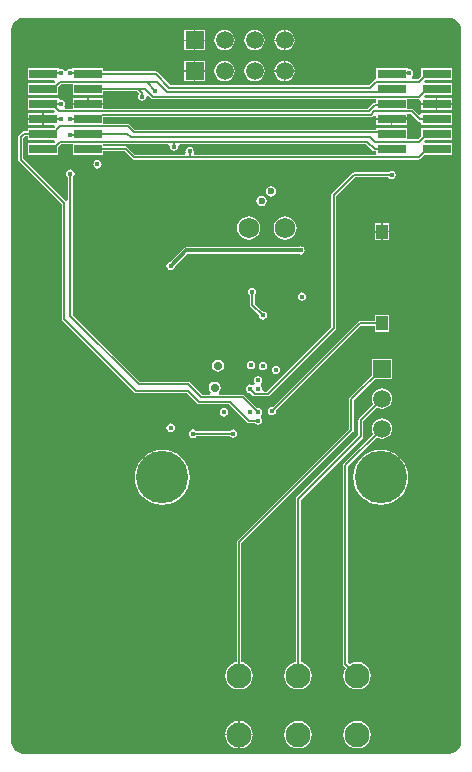
<source format=gbl>
G04*
G04 #@! TF.GenerationSoftware,Altium Limited,Altium Designer,20.0.9 (164)*
G04*
G04 Layer_Physical_Order=4*
G04 Layer_Color=16711680*
%FSLAX25Y25*%
%MOIN*%
G70*
G01*
G75*
%ADD11C,0.00787*%
%ADD49C,0.01181*%
%ADD51C,0.05906*%
%ADD52R,0.05906X0.05906*%
%ADD53R,0.05906X0.05906*%
%ADD54C,0.17421*%
%ADD55C,0.08268*%
%ADD56C,0.06890*%
%ADD57C,0.01772*%
%ADD58C,0.02362*%
%ADD59C,0.02756*%
%ADD60R,0.03937X0.04921*%
%ADD61R,0.09449X0.02992*%
G36*
X147799Y245886D02*
X148563Y245570D01*
X149250Y245111D01*
X149835Y244526D01*
X150294Y243839D01*
X150611Y243075D01*
X150772Y242264D01*
Y241850D01*
Y5000D01*
Y4587D01*
X150611Y3776D01*
X150294Y3012D01*
X149835Y2324D01*
X149250Y1740D01*
X148563Y1280D01*
X147799Y964D01*
X146988Y803D01*
X4587D01*
X3776Y964D01*
X3012Y1280D01*
X2324Y1740D01*
X1740Y2324D01*
X1280Y3012D01*
X964Y3776D01*
X803Y4587D01*
Y5000D01*
Y241850D01*
Y242264D01*
X964Y243075D01*
X1280Y243839D01*
X1740Y244526D01*
X2324Y245111D01*
X3012Y245570D01*
X3776Y245886D01*
X4587Y246048D01*
X146988D01*
X147799Y245886D01*
D02*
G37*
%LPC*%
G36*
X92090Y241938D02*
Y238783D01*
X95245D01*
X95156Y239458D01*
X94818Y240273D01*
X94281Y240974D01*
X93581Y241511D01*
X92765Y241849D01*
X92090Y241938D01*
D02*
G37*
G36*
X91690D02*
X91014Y241849D01*
X90199Y241511D01*
X89499Y240974D01*
X88961Y240273D01*
X88623Y239458D01*
X88534Y238783D01*
X91690D01*
Y241938D01*
D02*
G37*
G36*
X65242Y241935D02*
X62090D01*
Y238783D01*
X65242D01*
Y241935D01*
D02*
G37*
G36*
X61690D02*
X58537D01*
Y238783D01*
X61690D01*
Y241935D01*
D02*
G37*
G36*
X65242Y238383D02*
X62090D01*
Y235230D01*
X65242D01*
Y238383D01*
D02*
G37*
G36*
X61690D02*
X58537D01*
Y235230D01*
X61690D01*
Y238383D01*
D02*
G37*
G36*
X95245D02*
X92090D01*
Y235227D01*
X92765Y235316D01*
X93581Y235654D01*
X94281Y236192D01*
X94818Y236892D01*
X95156Y237707D01*
X95245Y238383D01*
D02*
G37*
G36*
X91690D02*
X88534D01*
X88623Y237707D01*
X88961Y236892D01*
X89499Y236192D01*
X90199Y235654D01*
X91014Y235316D01*
X91690Y235227D01*
Y238383D01*
D02*
G37*
G36*
X81890Y241964D02*
X81015Y241849D01*
X80199Y241511D01*
X79498Y240974D01*
X78961Y240273D01*
X78623Y239458D01*
X78508Y238583D01*
X78623Y237707D01*
X78961Y236892D01*
X79498Y236192D01*
X80199Y235654D01*
X81015Y235316D01*
X81890Y235201D01*
X82765Y235316D01*
X83581Y235654D01*
X84281Y236192D01*
X84818Y236892D01*
X85156Y237707D01*
X85271Y238583D01*
X85156Y239458D01*
X84818Y240273D01*
X84281Y240974D01*
X83581Y241511D01*
X82765Y241849D01*
X81890Y241964D01*
D02*
G37*
G36*
X71890D02*
X71014Y241849D01*
X70199Y241511D01*
X69498Y240974D01*
X68961Y240273D01*
X68623Y239458D01*
X68508Y238583D01*
X68623Y237707D01*
X68961Y236892D01*
X69498Y236192D01*
X70199Y235654D01*
X71014Y235316D01*
X71890Y235201D01*
X72765Y235316D01*
X73581Y235654D01*
X74281Y236192D01*
X74818Y236892D01*
X75156Y237707D01*
X75271Y238583D01*
X75156Y239458D01*
X74818Y240273D01*
X74281Y240974D01*
X73581Y241511D01*
X72765Y241849D01*
X71890Y241964D01*
D02*
G37*
G36*
X92090Y231702D02*
Y228547D01*
X95245D01*
X95156Y229222D01*
X94818Y230037D01*
X94281Y230738D01*
X93581Y231275D01*
X92765Y231613D01*
X92090Y231702D01*
D02*
G37*
G36*
X91690D02*
X91014Y231613D01*
X90199Y231275D01*
X89499Y230738D01*
X88961Y230037D01*
X88623Y229222D01*
X88534Y228547D01*
X91690D01*
Y231702D01*
D02*
G37*
G36*
X65242Y231699D02*
X62090D01*
Y228547D01*
X65242D01*
Y231699D01*
D02*
G37*
G36*
X61690D02*
X58537D01*
Y228547D01*
X61690D01*
Y231699D01*
D02*
G37*
G36*
X21254Y229258D02*
X20472Y228972D01*
X19932Y228865D01*
X19473Y228558D01*
X19335Y228351D01*
X19286Y228334D01*
X18509D01*
X18460Y228351D01*
X18322Y228558D01*
X17864Y228865D01*
X17323Y228972D01*
X17290Y228965D01*
X16502Y229258D01*
Y229258D01*
X6254D01*
Y225466D01*
X15185D01*
X15522Y224708D01*
X15170Y224258D01*
X6254D01*
Y220466D01*
X16502D01*
Y223114D01*
X17231Y223843D01*
X21253D01*
Y220466D01*
X31502D01*
Y221553D01*
X42657D01*
X43408Y220802D01*
X43107Y220351D01*
X42999Y219810D01*
X43107Y219270D01*
X43413Y218811D01*
X43872Y218505D01*
X44412Y218397D01*
X44953Y218505D01*
X45411Y218811D01*
X45718Y219270D01*
X45796Y219663D01*
X46232Y219899D01*
X46595Y219977D01*
X47325Y219247D01*
X47325Y219247D01*
X47587Y219072D01*
X47897Y219010D01*
X47897Y219010D01*
X122435D01*
Y217806D01*
X122115D01*
X121805Y217744D01*
X121543Y217569D01*
X121543Y217569D01*
X119714Y215740D01*
X31502D01*
Y217162D01*
X26378D01*
X21253D01*
Y215740D01*
X18807D01*
X18716Y215849D01*
X18458Y216527D01*
X18628Y216782D01*
X18736Y217323D01*
X18628Y217863D01*
X18322Y218322D01*
X17864Y218628D01*
X17323Y218736D01*
X17290Y218729D01*
X16502Y219258D01*
Y219258D01*
X6254D01*
Y215466D01*
X14924D01*
X15277Y215017D01*
X14939Y214258D01*
X11578D01*
Y212362D01*
X11378D01*
D01*
X11578D01*
Y210466D01*
X15185D01*
X15522Y209708D01*
X15170Y209258D01*
X6254D01*
Y208290D01*
X5118D01*
X4808Y208228D01*
X4546Y208052D01*
X4546Y208052D01*
X3365Y206871D01*
X3189Y206609D01*
X3128Y206299D01*
X3128Y206299D01*
Y198819D01*
X3128Y198819D01*
X3189Y198509D01*
X3365Y198247D01*
X17695Y183917D01*
Y145669D01*
X17695Y145669D01*
X17756Y145360D01*
X17932Y145097D01*
X41947Y121081D01*
X41947Y121081D01*
X42210Y120906D01*
X42520Y120844D01*
X59507D01*
X62814Y117538D01*
X62814Y117538D01*
X63076Y117363D01*
X63386Y117301D01*
X73287D01*
X79349Y111239D01*
X79349Y111239D01*
X79612Y111063D01*
X79921Y111002D01*
X81945D01*
X82072Y110812D01*
X82530Y110506D01*
X83071Y110398D01*
X83612Y110506D01*
X84070Y110812D01*
X84376Y111270D01*
X84484Y111811D01*
X84376Y112352D01*
X84070Y112810D01*
Y113568D01*
X84376Y114026D01*
X84484Y114567D01*
X84376Y115108D01*
X84070Y115566D01*
X83612Y115872D01*
X83071Y115980D01*
X82847Y115935D01*
X78525Y120257D01*
X78262Y120433D01*
X77953Y120494D01*
X77953Y120494D01*
X70187D01*
X69948Y121282D01*
X70043Y121345D01*
X70478Y121996D01*
X70631Y122764D01*
X70478Y123532D01*
X70043Y124183D01*
X69392Y124619D01*
X68624Y124771D01*
X67856Y124619D01*
X67204Y124183D01*
X66769Y123532D01*
X66617Y122764D01*
X66769Y121996D01*
X67204Y121345D01*
X67299Y121282D01*
X67061Y120494D01*
X64508D01*
X60415Y124588D01*
X60152Y124763D01*
X59842Y124825D01*
X59842Y124825D01*
X43642D01*
X21299Y147168D01*
Y193008D01*
X21489Y193135D01*
X21795Y193593D01*
X21903Y194134D01*
X21795Y194675D01*
X21489Y195133D01*
X21030Y195439D01*
X20490Y195547D01*
X19949Y195439D01*
X19490Y195133D01*
X19184Y194675D01*
X19077Y194134D01*
X19184Y193593D01*
X19490Y193135D01*
X19680Y193008D01*
Y185295D01*
X19616Y185245D01*
X18893Y185007D01*
X4746Y199154D01*
Y205964D01*
X5453Y206671D01*
X6254D01*
Y205466D01*
X15185D01*
X15522Y204708D01*
X15170Y204258D01*
X6254D01*
Y200466D01*
X16502D01*
Y203114D01*
X17394Y204006D01*
X21253D01*
Y200466D01*
X31502D01*
Y201553D01*
X38641D01*
X41160Y199034D01*
X41423Y198859D01*
X41732Y198797D01*
X136575D01*
X136575Y198797D01*
X136884Y198859D01*
X137147Y199034D01*
X138579Y200466D01*
X147684D01*
Y204258D01*
X138752D01*
X138415Y205017D01*
X138767Y205466D01*
X147684D01*
Y209258D01*
X137435D01*
Y206611D01*
X136407Y205582D01*
X132684D01*
Y209258D01*
X122435D01*
Y208677D01*
X42045D01*
X40308Y210415D01*
X40045Y210590D01*
X39735Y210652D01*
X39735Y210652D01*
X31502D01*
Y212894D01*
X120633D01*
X120633Y212894D01*
X120942Y212956D01*
X121205Y213131D01*
X121647Y213574D01*
X122435Y213247D01*
Y212562D01*
X127559D01*
X132684D01*
Y214091D01*
X134051D01*
X136542Y211599D01*
X136543Y211599D01*
X136805Y211423D01*
X137115Y211362D01*
X137435Y210701D01*
Y210466D01*
X147684D01*
Y214258D01*
X137435D01*
Y214024D01*
X136707Y213723D01*
X134958Y215472D01*
X134695Y215648D01*
X134386Y215709D01*
X134386Y215709D01*
X132684D01*
Y219010D01*
X136647D01*
X136788Y219010D01*
X136788Y219010D01*
X137391Y218484D01*
X137435Y218397D01*
Y217562D01*
X142359D01*
Y219258D01*
X138752D01*
X138415Y220017D01*
X138767Y220466D01*
X147684D01*
Y224258D01*
X138752D01*
X138415Y225017D01*
X138767Y225466D01*
X147684D01*
Y229258D01*
X137435D01*
Y226611D01*
X136436Y225612D01*
X134463D01*
X134224Y226400D01*
X134464Y226560D01*
X134770Y227018D01*
X134878Y227559D01*
X134770Y228100D01*
X134464Y228558D01*
X134005Y228865D01*
X133465Y228972D01*
X132683Y229258D01*
Y229258D01*
X122435D01*
Y226362D01*
X122397Y225612D01*
X122087Y225551D01*
X121825Y225375D01*
X120093Y223644D01*
X53878D01*
X49588Y227934D01*
X49325Y228110D01*
X49016Y228171D01*
X49016Y228171D01*
X31502D01*
Y229258D01*
X21254D01*
Y229258D01*
D02*
G37*
G36*
X65242Y228147D02*
X62090D01*
Y224994D01*
X65242D01*
Y228147D01*
D02*
G37*
G36*
X61690D02*
X58537D01*
Y224994D01*
X61690D01*
Y228147D01*
D02*
G37*
G36*
X95245D02*
X92090D01*
Y224991D01*
X92765Y225080D01*
X93581Y225418D01*
X94281Y225955D01*
X94818Y226656D01*
X95156Y227471D01*
X95245Y228147D01*
D02*
G37*
G36*
X91690D02*
X88534D01*
X88623Y227471D01*
X88961Y226656D01*
X89499Y225955D01*
X90199Y225418D01*
X91014Y225080D01*
X91690Y224991D01*
Y228147D01*
D02*
G37*
G36*
X71890Y231728D02*
X71014Y231613D01*
X70199Y231275D01*
X69498Y230738D01*
X68961Y230037D01*
X68623Y229222D01*
X68508Y228346D01*
X68623Y227471D01*
X68961Y226656D01*
X69498Y225955D01*
X70199Y225418D01*
X71014Y225080D01*
X71890Y224965D01*
X72765Y225080D01*
X73581Y225418D01*
X74281Y225955D01*
X74818Y226656D01*
X75156Y227471D01*
X75271Y228346D01*
X75156Y229222D01*
X74818Y230037D01*
X74281Y230738D01*
X73581Y231275D01*
X72765Y231613D01*
X71890Y231728D01*
D02*
G37*
G36*
X81890Y231728D02*
X81015Y231613D01*
X80199Y231275D01*
X79498Y230738D01*
X78961Y230037D01*
X78623Y229222D01*
X78508Y228346D01*
X78623Y227471D01*
X78961Y226656D01*
X79498Y225955D01*
X80199Y225418D01*
X81015Y225080D01*
X81890Y224965D01*
X82765Y225080D01*
X83581Y225418D01*
X84281Y225955D01*
X84818Y226656D01*
X85156Y227471D01*
X85271Y228346D01*
X85156Y229222D01*
X84818Y230037D01*
X84281Y230738D01*
X83581Y231275D01*
X82765Y231613D01*
X81890Y231728D01*
D02*
G37*
G36*
X31502Y219258D02*
X26578D01*
Y217562D01*
X31502D01*
Y219258D01*
D02*
G37*
G36*
X26178D02*
X21253D01*
Y217562D01*
X26178D01*
Y219258D01*
D02*
G37*
G36*
X147684Y219258D02*
X142759D01*
Y217562D01*
X147684D01*
Y219258D01*
D02*
G37*
G36*
Y217162D02*
X142759D01*
Y215466D01*
X147684D01*
Y217162D01*
D02*
G37*
G36*
X142359D02*
X137435D01*
Y215466D01*
X142359D01*
Y217162D01*
D02*
G37*
G36*
X11178Y214258D02*
X6254D01*
Y212562D01*
X11178D01*
Y214258D01*
D02*
G37*
G36*
X132684Y212162D02*
X127759D01*
Y210466D01*
X132684D01*
Y212162D01*
D02*
G37*
G36*
X127359D02*
X122435D01*
Y210466D01*
X127359D01*
Y212162D01*
D02*
G37*
G36*
X11178Y212162D02*
X6254D01*
Y210466D01*
X11178D01*
Y212162D01*
D02*
G37*
G36*
X29528Y198657D02*
X28987Y198549D01*
X28528Y198243D01*
X28222Y197785D01*
X28115Y197244D01*
X28222Y196703D01*
X28528Y196245D01*
X28987Y195939D01*
X29528Y195831D01*
X30068Y195939D01*
X30527Y196245D01*
X30833Y196703D01*
X30940Y197244D01*
X30833Y197785D01*
X30527Y198243D01*
X30068Y198549D01*
X29528Y198657D01*
D02*
G37*
G36*
X127559Y195114D02*
X127018Y195006D01*
X126560Y194700D01*
X126433Y194510D01*
X114961D01*
X114961Y194510D01*
X114651Y194448D01*
X114388Y194273D01*
X114388Y194273D01*
X107695Y187580D01*
X107520Y187318D01*
X107458Y187008D01*
X107458Y187008D01*
Y142855D01*
X86074Y121471D01*
X84964D01*
X84447Y122258D01*
X84484Y122441D01*
X84376Y122982D01*
X84070Y123440D01*
Y124198D01*
X84376Y124656D01*
X84484Y125197D01*
X84376Y125738D01*
X84070Y126196D01*
X83612Y126502D01*
X83071Y126610D01*
X82530Y126502D01*
X82072Y126196D01*
X81765Y125738D01*
X81658Y125197D01*
X81765Y124656D01*
X81994Y124315D01*
X81802Y123709D01*
X81197Y123518D01*
X80856Y123746D01*
X80315Y123854D01*
X79774Y123746D01*
X79316Y123440D01*
X79010Y122982D01*
X78902Y122441D01*
X79010Y121900D01*
X79316Y121442D01*
X79774Y121135D01*
X80315Y121028D01*
X80539Y121072D01*
X81522Y120089D01*
X81522Y120089D01*
X81785Y119914D01*
X82095Y119852D01*
X82095Y119852D01*
X86409D01*
X86409Y119852D01*
X86719Y119914D01*
X86982Y120089D01*
X108840Y141947D01*
X108840Y141947D01*
X109015Y142210D01*
X109077Y142520D01*
Y186673D01*
X115296Y192892D01*
X126433D01*
X126560Y192702D01*
X127018Y192395D01*
X127559Y192288D01*
X128100Y192395D01*
X128558Y192702D01*
X128865Y193160D01*
X128972Y193701D01*
X128865Y194241D01*
X128558Y194700D01*
X128100Y195006D01*
X127559Y195114D01*
D02*
G37*
G36*
X87402Y189903D02*
X86746Y189772D01*
X86190Y189401D01*
X85818Y188845D01*
X85688Y188189D01*
X85818Y187533D01*
X86190Y186977D01*
X86746Y186605D01*
X87402Y186475D01*
X88058Y186605D01*
X88614Y186977D01*
X88985Y187533D01*
X89116Y188189D01*
X88985Y188845D01*
X88614Y189401D01*
X88058Y189772D01*
X87402Y189903D01*
D02*
G37*
G36*
X84252Y186753D02*
X83596Y186623D01*
X83040Y186251D01*
X82668Y185695D01*
X82538Y185039D01*
X82668Y184383D01*
X83040Y183827D01*
X83596Y183456D01*
X84252Y183325D01*
X84908Y183456D01*
X85464Y183827D01*
X85835Y184383D01*
X85966Y185039D01*
X85835Y185695D01*
X85464Y186251D01*
X84908Y186623D01*
X84252Y186753D01*
D02*
G37*
G36*
X126778Y177565D02*
X124609D01*
Y174905D01*
X126778D01*
Y177565D01*
D02*
G37*
G36*
X124209D02*
X122041D01*
Y174905D01*
X124209D01*
Y177565D01*
D02*
G37*
G36*
X92126Y179862D02*
X91122Y179730D01*
X90187Y179343D01*
X89384Y178726D01*
X88767Y177923D01*
X88380Y176988D01*
X88248Y175984D01*
X88380Y174980D01*
X88767Y174045D01*
X89384Y173242D01*
X90187Y172626D01*
X91122Y172238D01*
X92126Y172106D01*
X93130Y172238D01*
X94065Y172626D01*
X94868Y173242D01*
X95485Y174045D01*
X95872Y174980D01*
X96004Y175984D01*
X95872Y176988D01*
X95485Y177923D01*
X94868Y178726D01*
X94065Y179343D01*
X93130Y179730D01*
X92126Y179862D01*
D02*
G37*
G36*
X79921D02*
X78917Y179730D01*
X77982Y179343D01*
X77179Y178726D01*
X76563Y177923D01*
X76175Y176988D01*
X76043Y175984D01*
X76175Y174980D01*
X76563Y174045D01*
X77179Y173242D01*
X77982Y172626D01*
X78917Y172238D01*
X79921Y172106D01*
X80925Y172238D01*
X81860Y172626D01*
X82664Y173242D01*
X83280Y174045D01*
X83667Y174980D01*
X83799Y175984D01*
X83667Y176988D01*
X83280Y177923D01*
X82664Y178726D01*
X81860Y179343D01*
X80925Y179730D01*
X79921Y179862D01*
D02*
G37*
G36*
X126778Y174505D02*
X124609D01*
Y171844D01*
X126778D01*
Y174505D01*
D02*
G37*
G36*
X124209D02*
X122041D01*
Y171844D01*
X124209D01*
Y174505D01*
D02*
G37*
G36*
X97244Y169917D02*
X96703Y169809D01*
X96261Y169514D01*
X59055D01*
X58669Y169437D01*
X58341Y169218D01*
X53918Y164795D01*
X53396Y164691D01*
X52938Y164385D01*
X52632Y163926D01*
X52524Y163386D01*
X52632Y162845D01*
X52938Y162387D01*
X53396Y162080D01*
X53937Y161973D01*
X54478Y162080D01*
X54936Y162387D01*
X55242Y162845D01*
X55346Y163367D01*
X59474Y167494D01*
X96261D01*
X96703Y167199D01*
X97244Y167091D01*
X97785Y167199D01*
X98243Y167505D01*
X98549Y167963D01*
X98657Y168504D01*
X98549Y169045D01*
X98243Y169503D01*
X97785Y169809D01*
X97244Y169917D01*
D02*
G37*
G36*
X97638Y154563D02*
X97097Y154455D01*
X96639Y154149D01*
X96332Y153690D01*
X96225Y153150D01*
X96332Y152609D01*
X96639Y152150D01*
X97097Y151844D01*
X97638Y151737D01*
X98178Y151844D01*
X98637Y152150D01*
X98943Y152609D01*
X99051Y153150D01*
X98943Y153690D01*
X98637Y154149D01*
X98178Y154455D01*
X97638Y154563D01*
D02*
G37*
G36*
X81102Y156137D02*
X80562Y156030D01*
X80103Y155724D01*
X79797Y155265D01*
X79689Y154724D01*
X79797Y154184D01*
X80103Y153725D01*
X80293Y153598D01*
Y150394D01*
X80293Y150394D01*
X80355Y150084D01*
X80530Y149821D01*
X83277Y147074D01*
X83233Y146850D01*
X83340Y146310D01*
X83647Y145851D01*
X84105Y145545D01*
X84646Y145437D01*
X85186Y145545D01*
X85645Y145851D01*
X85951Y146310D01*
X86059Y146850D01*
X85951Y147391D01*
X85645Y147850D01*
X85186Y148156D01*
X84646Y148263D01*
X84422Y148219D01*
X81912Y150729D01*
Y153598D01*
X82102Y153725D01*
X82408Y154184D01*
X82515Y154724D01*
X82408Y155265D01*
X82102Y155724D01*
X81643Y156030D01*
X81102Y156137D01*
D02*
G37*
G36*
X126778Y147054D02*
X122041D01*
Y145002D01*
X116905D01*
X116595Y144941D01*
X116333Y144765D01*
X116333Y144765D01*
X87886Y116319D01*
X87662Y116363D01*
X87122Y116255D01*
X86663Y115949D01*
X86357Y115491D01*
X86249Y114950D01*
X86357Y114409D01*
X86663Y113951D01*
X87122Y113645D01*
X87662Y113537D01*
X88203Y113645D01*
X88661Y113951D01*
X88968Y114409D01*
X89075Y114950D01*
X89031Y115174D01*
X117240Y143384D01*
X122041D01*
Y141332D01*
X126778D01*
Y147054D01*
D02*
G37*
G36*
X80709Y131728D02*
X80168Y131620D01*
X79710Y131314D01*
X79403Y130856D01*
X79296Y130315D01*
X79403Y129774D01*
X79710Y129316D01*
X80168Y129009D01*
X80709Y128902D01*
X81249Y129009D01*
X81708Y129316D01*
X82014Y129774D01*
X82122Y130315D01*
X82014Y130856D01*
X81708Y131314D01*
X81249Y131620D01*
X80709Y131728D01*
D02*
G37*
G36*
X84646Y131334D02*
X84105Y131227D01*
X83647Y130920D01*
X83340Y130462D01*
X83233Y129921D01*
X83340Y129381D01*
X83647Y128922D01*
X84105Y128616D01*
X84646Y128508D01*
X85186Y128616D01*
X85645Y128922D01*
X85951Y129381D01*
X86059Y129921D01*
X85951Y130462D01*
X85645Y130920D01*
X85186Y131227D01*
X84646Y131334D01*
D02*
G37*
G36*
X69710Y132092D02*
X68942Y131939D01*
X68291Y131504D01*
X67856Y130853D01*
X67703Y130085D01*
X67856Y129317D01*
X68291Y128666D01*
X68942Y128231D01*
X69710Y128078D01*
X70478Y128231D01*
X71130Y128666D01*
X71565Y129317D01*
X71717Y130085D01*
X71565Y130853D01*
X71130Y131504D01*
X70478Y131939D01*
X69710Y132092D01*
D02*
G37*
G36*
X88976Y130153D02*
X88436Y130046D01*
X87977Y129739D01*
X87671Y129281D01*
X87563Y128740D01*
X87671Y128199D01*
X87977Y127741D01*
X88436Y127435D01*
X88976Y127327D01*
X89517Y127435D01*
X89976Y127741D01*
X90282Y128199D01*
X90389Y128740D01*
X90282Y129281D01*
X89976Y129739D01*
X89517Y130046D01*
X88976Y130153D01*
D02*
G37*
G36*
X124409Y122515D02*
X123534Y122400D01*
X122719Y122063D01*
X122018Y121525D01*
X121481Y120825D01*
X121143Y120009D01*
X121028Y119134D01*
X121143Y118259D01*
X121481Y117443D01*
X121521Y117390D01*
X116751Y112619D01*
X116575Y112357D01*
X116514Y112047D01*
X116514Y112047D01*
Y107028D01*
X95845Y86360D01*
X95670Y86097D01*
X95608Y85787D01*
X95608Y85787D01*
Y31238D01*
X95234Y31189D01*
X94131Y30732D01*
X93184Y30005D01*
X92457Y29058D01*
X92000Y27955D01*
X91844Y26772D01*
X92000Y25588D01*
X92457Y24485D01*
X93184Y23538D01*
X94131Y22811D01*
X95234Y22354D01*
X96417Y22199D01*
X97601Y22354D01*
X98704Y22811D01*
X99651Y23538D01*
X100378Y24485D01*
X100835Y25588D01*
X100990Y26772D01*
X100835Y27955D01*
X100378Y29058D01*
X99651Y30005D01*
X98704Y30732D01*
X97601Y31189D01*
X97227Y31238D01*
Y85452D01*
X117895Y106121D01*
X118070Y106383D01*
X118132Y106693D01*
X118132Y106693D01*
Y111712D01*
X122666Y116246D01*
X122719Y116205D01*
X123534Y115867D01*
X124409Y115752D01*
X125285Y115867D01*
X126100Y116205D01*
X126801Y116743D01*
X127338Y117443D01*
X127676Y118259D01*
X127791Y119134D01*
X127676Y120009D01*
X127338Y120825D01*
X126801Y121525D01*
X126100Y122063D01*
X125285Y122400D01*
X124409Y122515D01*
D02*
G37*
G36*
X71653Y115980D02*
X71113Y115872D01*
X70654Y115566D01*
X70348Y115108D01*
X70241Y114567D01*
X70348Y114026D01*
X70654Y113568D01*
X71113Y113261D01*
X71653Y113154D01*
X72194Y113261D01*
X72653Y113568D01*
X72959Y114026D01*
X73067Y114567D01*
X72959Y115108D01*
X72653Y115566D01*
X72194Y115872D01*
X71653Y115980D01*
D02*
G37*
G36*
X74803Y108893D02*
X74262Y108786D01*
X73804Y108479D01*
X73677Y108290D01*
X62482D01*
X62379Y108442D01*
X61921Y108749D01*
X61380Y108856D01*
X60840Y108749D01*
X60381Y108442D01*
X60075Y107984D01*
X59967Y107443D01*
X60075Y106903D01*
X60381Y106444D01*
X60840Y106138D01*
X61380Y106030D01*
X61921Y106138D01*
X62379Y106444D01*
X62531Y106671D01*
X73677D01*
X73804Y106481D01*
X74262Y106175D01*
X74803Y106067D01*
X75344Y106175D01*
X75802Y106481D01*
X76109Y106940D01*
X76216Y107480D01*
X76109Y108021D01*
X75802Y108479D01*
X75344Y108786D01*
X74803Y108893D01*
D02*
G37*
G36*
X53937Y110862D02*
X53396Y110754D01*
X52938Y110448D01*
X52632Y109990D01*
X52524Y109449D01*
X52632Y108908D01*
X52938Y108450D01*
X53396Y108143D01*
X53937Y108036D01*
X54478Y108143D01*
X54936Y108450D01*
X55242Y108908D01*
X55350Y109449D01*
X55242Y109990D01*
X54936Y110448D01*
X54478Y110754D01*
X53937Y110862D01*
D02*
G37*
G36*
X124409Y112515D02*
X123534Y112400D01*
X122719Y112063D01*
X122018Y111525D01*
X121481Y110825D01*
X121143Y110009D01*
X121028Y109134D01*
X121143Y108259D01*
X121481Y107443D01*
X121521Y107390D01*
X111633Y97501D01*
X111457Y97239D01*
X111396Y96929D01*
X111396Y96929D01*
Y30669D01*
X111396Y30669D01*
X111457Y30360D01*
X111633Y30097D01*
X112372Y29358D01*
X112142Y29058D01*
X111685Y27955D01*
X111529Y26772D01*
X111685Y25588D01*
X112142Y24485D01*
X112869Y23538D01*
X113816Y22811D01*
X114919Y22354D01*
X116102Y22199D01*
X117286Y22354D01*
X118389Y22811D01*
X119336Y23538D01*
X120063Y24485D01*
X120519Y25588D01*
X120675Y26772D01*
X120519Y27955D01*
X120063Y29058D01*
X119336Y30005D01*
X118389Y30732D01*
X117286Y31189D01*
X116102Y31345D01*
X114919Y31189D01*
X113816Y30732D01*
X113629Y30589D01*
X113014Y31087D01*
Y96594D01*
X122666Y106246D01*
X122719Y106205D01*
X123534Y105867D01*
X124409Y105752D01*
X125285Y105867D01*
X126100Y106205D01*
X126801Y106743D01*
X127338Y107443D01*
X127676Y108259D01*
X127791Y109134D01*
X127676Y110009D01*
X127338Y110825D01*
X126801Y111525D01*
X126100Y112063D01*
X125285Y112400D01*
X124409Y112515D01*
D02*
G37*
G36*
X123976Y102068D02*
X122190Y101892D01*
X120473Y101371D01*
X118890Y100525D01*
X117503Y99387D01*
X116365Y98000D01*
X115518Y96417D01*
X114998Y94699D01*
X114822Y92913D01*
X114998Y91127D01*
X115518Y89410D01*
X116365Y87827D01*
X117503Y86440D01*
X118890Y85302D01*
X120473Y84456D01*
X122190Y83935D01*
X123976Y83759D01*
X125762Y83935D01*
X127480Y84456D01*
X129062Y85302D01*
X130450Y86440D01*
X131588Y87827D01*
X132434Y89410D01*
X132955Y91127D01*
X133131Y92913D01*
X132955Y94699D01*
X132434Y96417D01*
X131588Y98000D01*
X130450Y99387D01*
X129062Y100525D01*
X127480Y101371D01*
X125762Y101892D01*
X123976Y102068D01*
D02*
G37*
G36*
X51142D02*
X49356Y101892D01*
X47638Y101371D01*
X46056Y100525D01*
X44668Y99387D01*
X43530Y98000D01*
X42684Y96417D01*
X42163Y94699D01*
X41987Y92913D01*
X42163Y91127D01*
X42684Y89410D01*
X43530Y87827D01*
X44668Y86440D01*
X46056Y85302D01*
X47638Y84456D01*
X49356Y83935D01*
X51142Y83759D01*
X52928Y83935D01*
X54645Y84456D01*
X56228Y85302D01*
X57615Y86440D01*
X58754Y87827D01*
X59600Y89410D01*
X60120Y91127D01*
X60296Y92913D01*
X60120Y94699D01*
X59600Y96417D01*
X58754Y98000D01*
X57615Y99387D01*
X56228Y100525D01*
X54645Y101371D01*
X52928Y101892D01*
X51142Y102068D01*
D02*
G37*
G36*
X127762Y132487D02*
X121057D01*
Y126926D01*
X113601Y119470D01*
X113426Y119207D01*
X113364Y118898D01*
X113364Y118898D01*
Y108997D01*
X76160Y71793D01*
X75985Y71530D01*
X75923Y71220D01*
X75923Y71220D01*
Y31238D01*
X75549Y31189D01*
X74446Y30732D01*
X73499Y30005D01*
X72772Y29058D01*
X72315Y27955D01*
X72159Y26772D01*
X72315Y25588D01*
X72772Y24485D01*
X73499Y23538D01*
X74446Y22811D01*
X75549Y22354D01*
X76732Y22199D01*
X77916Y22354D01*
X79019Y22811D01*
X79966Y23538D01*
X80693Y24485D01*
X81149Y25588D01*
X81305Y26772D01*
X81149Y27955D01*
X80693Y29058D01*
X79966Y30005D01*
X79019Y30732D01*
X77916Y31189D01*
X77542Y31238D01*
Y70885D01*
X114745Y108089D01*
X114745Y108089D01*
X114921Y108352D01*
X114982Y108661D01*
X114982Y108661D01*
Y118562D01*
X122201Y125781D01*
X127762D01*
Y132487D01*
D02*
G37*
G36*
X76932Y11633D02*
Y7287D01*
X81279D01*
X81149Y8270D01*
X80693Y9373D01*
X79966Y10320D01*
X79019Y11047D01*
X77916Y11504D01*
X76932Y11633D01*
D02*
G37*
G36*
X76532D02*
X75549Y11504D01*
X74446Y11047D01*
X73499Y10320D01*
X72772Y9373D01*
X72315Y8270D01*
X72186Y7287D01*
X76532D01*
Y11633D01*
D02*
G37*
G36*
Y6887D02*
X72186D01*
X72315Y5903D01*
X72772Y4800D01*
X73499Y3853D01*
X74446Y3126D01*
X75549Y2670D01*
X76532Y2540D01*
Y6887D01*
D02*
G37*
G36*
X81279D02*
X76932D01*
Y2540D01*
X77916Y2670D01*
X79019Y3126D01*
X79966Y3853D01*
X80693Y4800D01*
X81149Y5903D01*
X81279Y6887D01*
D02*
G37*
G36*
X116102Y11660D02*
X114919Y11504D01*
X113816Y11047D01*
X112869Y10320D01*
X112142Y9373D01*
X111685Y8270D01*
X111529Y7087D01*
X111685Y5903D01*
X112142Y4800D01*
X112869Y3853D01*
X113816Y3126D01*
X114919Y2670D01*
X116102Y2514D01*
X117286Y2670D01*
X118389Y3126D01*
X119336Y3853D01*
X120063Y4800D01*
X120519Y5903D01*
X120675Y7087D01*
X120519Y8270D01*
X120063Y9373D01*
X119336Y10320D01*
X118389Y11047D01*
X117286Y11504D01*
X116102Y11660D01*
D02*
G37*
G36*
X96417Y11660D02*
X95234Y11504D01*
X94131Y11047D01*
X93184Y10320D01*
X92457Y9373D01*
X92000Y8270D01*
X91844Y7087D01*
X92000Y5903D01*
X92457Y4800D01*
X93184Y3853D01*
X94131Y3126D01*
X95234Y2669D01*
X96417Y2514D01*
X97601Y2669D01*
X98704Y3126D01*
X99651Y3853D01*
X100378Y4800D01*
X100835Y5903D01*
X100990Y7087D01*
X100835Y8270D01*
X100378Y9373D01*
X99651Y10320D01*
X98704Y11047D01*
X97601Y11504D01*
X96417Y11660D01*
D02*
G37*
%LPD*%
G36*
X121408Y201790D02*
X121671Y201615D01*
X121981Y201553D01*
X122435D01*
Y200466D01*
X121668Y200416D01*
X62075D01*
X61880Y200641D01*
X61575Y201203D01*
X61649Y201575D01*
X61542Y202116D01*
X61235Y202574D01*
X60777Y202880D01*
X60236Y202988D01*
X59696Y202880D01*
X59237Y202574D01*
X58931Y202116D01*
X58823Y201575D01*
X58897Y201203D01*
X58592Y200641D01*
X58397Y200416D01*
X42068D01*
X39549Y202934D01*
X39286Y203110D01*
X38976Y203171D01*
X38976Y203171D01*
X31502D01*
Y204006D01*
X53149D01*
X53719Y203219D01*
X53705Y203150D01*
X53813Y202609D01*
X54119Y202151D01*
X54577Y201844D01*
X55118Y201737D01*
X55659Y201844D01*
X56117Y202151D01*
X56423Y202609D01*
X56531Y203150D01*
X56517Y203219D01*
X57088Y204006D01*
X119192D01*
X121408Y201790D01*
D02*
G37*
D11*
X61417Y107480D02*
X74803D01*
X61380Y107443D02*
X61417Y107480D01*
X136575Y199606D02*
X139331Y202362D01*
X60236Y199606D02*
Y201575D01*
X55118Y204815D02*
X119528D01*
X17059D02*
X55118D01*
Y203150D02*
Y204815D01*
X87662Y114950D02*
X116905Y144193D01*
X124409D01*
X12992Y207362D02*
X14606D01*
X11378D02*
X12992D01*
X11378Y207480D02*
X11654D01*
X3937Y198819D02*
X18504Y184252D01*
X3937Y206299D02*
X5118Y207480D01*
X18504Y145669D02*
Y184252D01*
X3937Y198819D02*
Y206299D01*
X18504Y145669D02*
X42520Y121653D01*
X59842D01*
X63386Y118110D01*
X73622D02*
X79921Y111811D01*
X63386Y118110D02*
X73622D01*
X79921Y111811D02*
X83071D01*
X16792Y214931D02*
X120049D01*
X121829Y214900D02*
X134386D01*
X137115Y212171D01*
X30948Y213703D02*
X120633D01*
X121829Y214900D01*
X127193Y216997D02*
X127559Y217362D01*
X139331Y227362D02*
X142559D01*
X136772Y224803D02*
X139331Y227362D01*
X53543Y222835D02*
X120429D01*
X122397Y224803D01*
X136772D01*
X26378Y227362D02*
X49016D01*
X53543Y222835D01*
X26181Y227559D02*
X26378Y227362D01*
X20472Y227559D02*
X26181D01*
X126457Y221260D02*
X127559Y222362D01*
X52756Y221260D02*
X126457D01*
X45931Y224652D02*
X49364D01*
X52756Y221260D01*
X45931Y224652D02*
X48778Y221805D01*
X16896Y224652D02*
X45931D01*
X45354Y222362D02*
X47897Y219819D01*
X42992Y222362D02*
X45354D01*
X47897Y219819D02*
X136788D01*
X139331Y222362D01*
X44412Y219810D02*
Y220942D01*
X42992Y222362D02*
X44412Y220942D01*
X26378Y222362D02*
X42992D01*
X139331Y222362D02*
X142559D01*
X14606Y222362D02*
X16896Y224652D01*
X11378Y222362D02*
X14606D01*
X14400Y217323D02*
X17323D01*
X11417D02*
X14400D01*
X16792Y214931D01*
X122115Y216997D02*
X127193D01*
X43307Y124016D02*
X59842D01*
X20490Y146833D02*
Y194134D01*
X64173Y119685D02*
X77953D01*
X59842Y124016D02*
X64173Y119685D01*
X77953D02*
X83071Y114567D01*
X20490Y146833D02*
X43307Y124016D01*
X114961Y193701D02*
X127559D01*
X108268Y187008D02*
X114961Y193701D01*
X108268Y142520D02*
Y187008D01*
X86409Y120661D02*
X108268Y142520D01*
X80315Y122441D02*
X82095Y120661D01*
X86409D01*
X81102Y150394D02*
X84646Y146850D01*
X81102Y150394D02*
Y154724D01*
X114173Y118898D02*
X124409Y129134D01*
X114173Y108661D02*
Y118898D01*
X76732Y71220D02*
X114173Y108661D01*
X76732Y26772D02*
Y71220D01*
X117323Y112047D02*
X124409Y119134D01*
X117323Y106693D02*
Y112047D01*
X96417Y85787D02*
X117323Y106693D01*
X11378Y207362D02*
X11654Y207087D01*
X60236Y199606D02*
X136575D01*
X119528Y204815D02*
X121981Y202362D01*
X139331Y202362D02*
X142559D01*
X41732Y199606D02*
X60236D01*
X38976Y202362D02*
X41732Y199606D01*
X26378Y202362D02*
X38976D01*
X11378D02*
X14606D01*
X121981D02*
X127559D01*
X14606D02*
X17059Y204815D01*
X40558Y206293D02*
X120420D01*
X136742Y204773D02*
X139331Y207362D01*
X120420Y206293D02*
X121940Y204773D01*
X127054Y207868D02*
X127559Y207362D01*
X17087Y209842D02*
X39735D01*
X41710Y207868D02*
X127054D01*
X5118Y207480D02*
X11378D01*
X39735Y209842D02*
X41710Y207868D01*
X14606Y207362D02*
X17087Y209842D01*
X39488Y207362D02*
X40558Y206293D01*
X121940Y204773D02*
X136742D01*
X26378Y207362D02*
X39488D01*
X139331Y207362D02*
X142559D01*
X137115Y212171D02*
X142368D01*
X29606Y212362D02*
X30948Y213703D01*
X26378Y212362D02*
X29606D01*
X127559Y227362D02*
X127756Y227559D01*
X133465D01*
X127559Y207362D02*
X127677Y207480D01*
X142368Y212171D02*
X142559Y212362D01*
X127559D02*
X127795Y212598D01*
X133465D01*
X142520Y217323D02*
X142559Y217362D01*
X136614Y217323D02*
X142520D01*
X96417Y26772D02*
Y85787D01*
X112205Y30669D02*
Y96929D01*
Y30669D02*
X116102Y26772D01*
X112205Y96929D02*
X124409Y109134D01*
X124311Y174803D02*
X124409Y174705D01*
X120866Y174803D02*
X124311D01*
X11378Y202362D02*
X11378Y202362D01*
X26102Y207087D02*
X26378Y207362D01*
X20472Y207087D02*
X26102D01*
X26221Y212205D02*
X26378Y212362D01*
X20472Y212205D02*
X26221D01*
X11378Y227362D02*
X11575Y227559D01*
X17323D01*
X11378Y212362D02*
X11535Y212205D01*
X17323D01*
X26339Y217323D02*
X26378Y217362D01*
X20472Y217323D02*
X26339D01*
X11378Y217362D02*
X11417Y217323D01*
X120049Y214931D02*
X122115Y216997D01*
D49*
X59055Y168504D02*
X97244D01*
X53937Y163386D02*
X59055Y168504D01*
D51*
X124409Y109134D02*
D03*
Y119134D02*
D03*
X71890Y228346D02*
D03*
X81890Y228346D02*
D03*
X91890D02*
D03*
X71890Y238583D02*
D03*
X81890D02*
D03*
X91890D02*
D03*
D52*
X124409Y129134D02*
D03*
D53*
X61890Y228346D02*
D03*
Y238583D02*
D03*
D54*
X51142Y92913D02*
D03*
X123976D02*
D03*
D55*
X76732Y26772D02*
D03*
X96417D02*
D03*
X116102D02*
D03*
X76732Y7087D02*
D03*
X96417Y7087D02*
D03*
X116102Y7087D02*
D03*
D56*
X79921Y175984D02*
D03*
X92126D02*
D03*
D57*
X61380Y107443D02*
D03*
X51575Y181102D02*
D03*
X64173Y202362D02*
D03*
X107874D02*
D03*
X60236Y201575D02*
D03*
X55118Y203150D02*
D03*
X46457Y118504D02*
D03*
X87662Y114950D02*
D03*
X48778Y221805D02*
D03*
X44412Y219810D02*
D03*
X97244Y168504D02*
D03*
X53937Y163386D02*
D03*
X127559Y193701D02*
D03*
X84646Y146850D02*
D03*
X98819Y103937D02*
D03*
X29528Y197244D02*
D03*
X20490Y194134D02*
D03*
X133465Y227559D02*
D03*
Y212598D02*
D03*
X136614Y217323D02*
D03*
X84646Y129921D02*
D03*
X88976Y128740D02*
D03*
X80709Y130315D02*
D03*
X83071Y125197D02*
D03*
Y122441D02*
D03*
X80315D02*
D03*
Y114567D02*
D03*
X83071D02*
D03*
Y111811D02*
D03*
X97638Y153150D02*
D03*
X74803Y107480D02*
D03*
X53937Y109449D02*
D03*
X71653Y114567D02*
D03*
X68898D02*
D03*
X81102Y154724D02*
D03*
X120866Y174803D02*
D03*
X61811Y127165D02*
D03*
X51181Y118504D02*
D03*
X20472Y207087D02*
D03*
Y212205D02*
D03*
Y227559D02*
D03*
X17323D02*
D03*
Y212205D02*
D03*
X20472Y217323D02*
D03*
X72441Y151969D02*
D03*
Y148819D02*
D03*
X17323Y217323D02*
D03*
D58*
X84252Y185039D02*
D03*
X87469Y191629D02*
D03*
X87402Y188189D02*
D03*
X79921Y162992D02*
D03*
X85827Y159055D02*
D03*
X97638Y157087D02*
D03*
Y161024D02*
D03*
X88583Y194882D02*
D03*
D59*
X69710Y130085D02*
D03*
X68624Y122764D02*
D03*
D60*
X124409Y174705D02*
D03*
Y144193D02*
D03*
D61*
X26378Y227362D02*
D03*
X11378Y227362D02*
D03*
X26378Y222362D02*
D03*
X11378D02*
D03*
X26378Y217362D02*
D03*
X11378D02*
D03*
X26378Y212362D02*
D03*
X11378Y212362D02*
D03*
X26378Y207362D02*
D03*
X11378D02*
D03*
X26378Y202362D02*
D03*
X11378Y202362D02*
D03*
X142559Y227362D02*
D03*
X127559Y227362D02*
D03*
X142559Y222362D02*
D03*
X127559D02*
D03*
X142559Y217362D02*
D03*
X127559Y217362D02*
D03*
X142559Y212362D02*
D03*
X127559D02*
D03*
X142559Y207362D02*
D03*
X127559D02*
D03*
X142559Y202362D02*
D03*
X127559Y202362D02*
D03*
M02*

</source>
